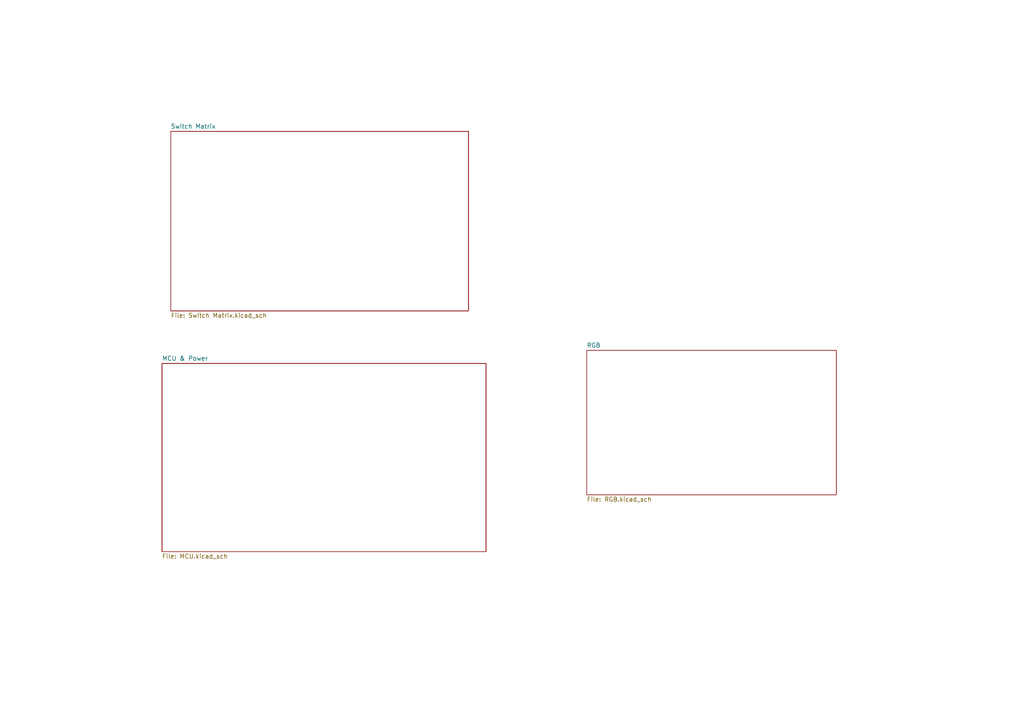
<source format=kicad_sch>
(kicad_sch (version 20230121) (generator eeschema)
  (paper "A4")
  (lib_symbols)
  (sheet (at 170.18 101.6) (size 72.39 41.91) (stroke (width 0.1524))
    (property "Sheetname" "RGB" (at 170.18 100.8884 0) (effects (justify left bottom)))
    (property "Sheetfile" "RGB.kicad_sch" (at 170.18 144.0946 0) (effects (justify left top)))
  )
  (sheet (at 49.53 38.1) (size 86.36 52.07) (stroke (width 0.1524))
    (property "Sheetname" "Switch Matrix" (at 49.53 37.3884 0) (effects (justify left bottom)))
    (property "Sheetfile" "Switch Matrix.kicad_sch" (at 49.53 90.7546 0) (effects (justify left top)))
  )
  (sheet (at 46.99 105.41) (size 93.98 54.61) (stroke (width 0.1524))
    (property "Sheetname" "MCU & Power" (at 46.99 104.6984 0) (effects (justify left bottom)))
    (property "Sheetfile" "MCU.kicad_sch" (at 46.99 160.6046 0) (effects (justify left top)))
  )
)
</source>
